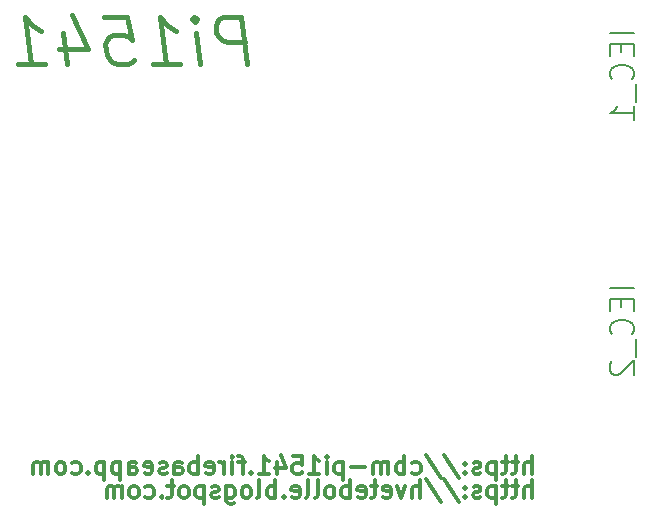
<source format=gbo>
G04 #@! TF.FileFunction,Legend,Bot*
%FSLAX46Y46*%
G04 Gerber Fmt 4.6, Leading zero omitted, Abs format (unit mm)*
G04 Created by KiCad (PCBNEW 4.0.7) date 06/30/18 02:02:37*
%MOMM*%
%LPD*%
G01*
G04 APERTURE LIST*
%ADD10C,0.100000*%
%ADD11C,0.300000*%
%ADD12C,0.400000*%
%ADD13C,0.150000*%
G04 APERTURE END LIST*
D10*
D11*
X73302857Y-81958571D02*
X73302857Y-80458571D01*
X72660000Y-81958571D02*
X72660000Y-81172857D01*
X72731429Y-81030000D01*
X72874286Y-80958571D01*
X73088571Y-80958571D01*
X73231429Y-81030000D01*
X73302857Y-81101429D01*
X72160000Y-80958571D02*
X71588571Y-80958571D01*
X71945714Y-80458571D02*
X71945714Y-81744286D01*
X71874286Y-81887143D01*
X71731428Y-81958571D01*
X71588571Y-81958571D01*
X71302857Y-80958571D02*
X70731428Y-80958571D01*
X71088571Y-80458571D02*
X71088571Y-81744286D01*
X71017143Y-81887143D01*
X70874285Y-81958571D01*
X70731428Y-81958571D01*
X70231428Y-80958571D02*
X70231428Y-82458571D01*
X70231428Y-81030000D02*
X70088571Y-80958571D01*
X69802857Y-80958571D01*
X69660000Y-81030000D01*
X69588571Y-81101429D01*
X69517142Y-81244286D01*
X69517142Y-81672857D01*
X69588571Y-81815714D01*
X69660000Y-81887143D01*
X69802857Y-81958571D01*
X70088571Y-81958571D01*
X70231428Y-81887143D01*
X68945714Y-81887143D02*
X68802857Y-81958571D01*
X68517142Y-81958571D01*
X68374285Y-81887143D01*
X68302857Y-81744286D01*
X68302857Y-81672857D01*
X68374285Y-81530000D01*
X68517142Y-81458571D01*
X68731428Y-81458571D01*
X68874285Y-81387143D01*
X68945714Y-81244286D01*
X68945714Y-81172857D01*
X68874285Y-81030000D01*
X68731428Y-80958571D01*
X68517142Y-80958571D01*
X68374285Y-81030000D01*
X67659999Y-81815714D02*
X67588571Y-81887143D01*
X67659999Y-81958571D01*
X67731428Y-81887143D01*
X67659999Y-81815714D01*
X67659999Y-81958571D01*
X67659999Y-81030000D02*
X67588571Y-81101429D01*
X67659999Y-81172857D01*
X67731428Y-81101429D01*
X67659999Y-81030000D01*
X67659999Y-81172857D01*
X65874285Y-80387143D02*
X67159999Y-82315714D01*
X64302856Y-80387143D02*
X65588570Y-82315714D01*
X63802855Y-81958571D02*
X63802855Y-80458571D01*
X63159998Y-81958571D02*
X63159998Y-81172857D01*
X63231427Y-81030000D01*
X63374284Y-80958571D01*
X63588569Y-80958571D01*
X63731427Y-81030000D01*
X63802855Y-81101429D01*
X62588569Y-80958571D02*
X62231426Y-81958571D01*
X61874284Y-80958571D01*
X60731427Y-81887143D02*
X60874284Y-81958571D01*
X61159998Y-81958571D01*
X61302855Y-81887143D01*
X61374284Y-81744286D01*
X61374284Y-81172857D01*
X61302855Y-81030000D01*
X61159998Y-80958571D01*
X60874284Y-80958571D01*
X60731427Y-81030000D01*
X60659998Y-81172857D01*
X60659998Y-81315714D01*
X61374284Y-81458571D01*
X60231427Y-80958571D02*
X59659998Y-80958571D01*
X60017141Y-80458571D02*
X60017141Y-81744286D01*
X59945713Y-81887143D01*
X59802855Y-81958571D01*
X59659998Y-81958571D01*
X58588570Y-81887143D02*
X58731427Y-81958571D01*
X59017141Y-81958571D01*
X59159998Y-81887143D01*
X59231427Y-81744286D01*
X59231427Y-81172857D01*
X59159998Y-81030000D01*
X59017141Y-80958571D01*
X58731427Y-80958571D01*
X58588570Y-81030000D01*
X58517141Y-81172857D01*
X58517141Y-81315714D01*
X59231427Y-81458571D01*
X57874284Y-81958571D02*
X57874284Y-80458571D01*
X57874284Y-81030000D02*
X57731427Y-80958571D01*
X57445713Y-80958571D01*
X57302856Y-81030000D01*
X57231427Y-81101429D01*
X57159998Y-81244286D01*
X57159998Y-81672857D01*
X57231427Y-81815714D01*
X57302856Y-81887143D01*
X57445713Y-81958571D01*
X57731427Y-81958571D01*
X57874284Y-81887143D01*
X56302855Y-81958571D02*
X56445713Y-81887143D01*
X56517141Y-81815714D01*
X56588570Y-81672857D01*
X56588570Y-81244286D01*
X56517141Y-81101429D01*
X56445713Y-81030000D01*
X56302855Y-80958571D01*
X56088570Y-80958571D01*
X55945713Y-81030000D01*
X55874284Y-81101429D01*
X55802855Y-81244286D01*
X55802855Y-81672857D01*
X55874284Y-81815714D01*
X55945713Y-81887143D01*
X56088570Y-81958571D01*
X56302855Y-81958571D01*
X54945712Y-81958571D02*
X55088570Y-81887143D01*
X55159998Y-81744286D01*
X55159998Y-80458571D01*
X54159998Y-81958571D02*
X54302856Y-81887143D01*
X54374284Y-81744286D01*
X54374284Y-80458571D01*
X53017142Y-81887143D02*
X53159999Y-81958571D01*
X53445713Y-81958571D01*
X53588570Y-81887143D01*
X53659999Y-81744286D01*
X53659999Y-81172857D01*
X53588570Y-81030000D01*
X53445713Y-80958571D01*
X53159999Y-80958571D01*
X53017142Y-81030000D01*
X52945713Y-81172857D01*
X52945713Y-81315714D01*
X53659999Y-81458571D01*
X52302856Y-81815714D02*
X52231428Y-81887143D01*
X52302856Y-81958571D01*
X52374285Y-81887143D01*
X52302856Y-81815714D01*
X52302856Y-81958571D01*
X51588570Y-81958571D02*
X51588570Y-80458571D01*
X51588570Y-81030000D02*
X51445713Y-80958571D01*
X51159999Y-80958571D01*
X51017142Y-81030000D01*
X50945713Y-81101429D01*
X50874284Y-81244286D01*
X50874284Y-81672857D01*
X50945713Y-81815714D01*
X51017142Y-81887143D01*
X51159999Y-81958571D01*
X51445713Y-81958571D01*
X51588570Y-81887143D01*
X50017141Y-81958571D02*
X50159999Y-81887143D01*
X50231427Y-81744286D01*
X50231427Y-80458571D01*
X49231427Y-81958571D02*
X49374285Y-81887143D01*
X49445713Y-81815714D01*
X49517142Y-81672857D01*
X49517142Y-81244286D01*
X49445713Y-81101429D01*
X49374285Y-81030000D01*
X49231427Y-80958571D01*
X49017142Y-80958571D01*
X48874285Y-81030000D01*
X48802856Y-81101429D01*
X48731427Y-81244286D01*
X48731427Y-81672857D01*
X48802856Y-81815714D01*
X48874285Y-81887143D01*
X49017142Y-81958571D01*
X49231427Y-81958571D01*
X47445713Y-80958571D02*
X47445713Y-82172857D01*
X47517142Y-82315714D01*
X47588570Y-82387143D01*
X47731427Y-82458571D01*
X47945713Y-82458571D01*
X48088570Y-82387143D01*
X47445713Y-81887143D02*
X47588570Y-81958571D01*
X47874284Y-81958571D01*
X48017142Y-81887143D01*
X48088570Y-81815714D01*
X48159999Y-81672857D01*
X48159999Y-81244286D01*
X48088570Y-81101429D01*
X48017142Y-81030000D01*
X47874284Y-80958571D01*
X47588570Y-80958571D01*
X47445713Y-81030000D01*
X46802856Y-81887143D02*
X46659999Y-81958571D01*
X46374284Y-81958571D01*
X46231427Y-81887143D01*
X46159999Y-81744286D01*
X46159999Y-81672857D01*
X46231427Y-81530000D01*
X46374284Y-81458571D01*
X46588570Y-81458571D01*
X46731427Y-81387143D01*
X46802856Y-81244286D01*
X46802856Y-81172857D01*
X46731427Y-81030000D01*
X46588570Y-80958571D01*
X46374284Y-80958571D01*
X46231427Y-81030000D01*
X45517141Y-80958571D02*
X45517141Y-82458571D01*
X45517141Y-81030000D02*
X45374284Y-80958571D01*
X45088570Y-80958571D01*
X44945713Y-81030000D01*
X44874284Y-81101429D01*
X44802855Y-81244286D01*
X44802855Y-81672857D01*
X44874284Y-81815714D01*
X44945713Y-81887143D01*
X45088570Y-81958571D01*
X45374284Y-81958571D01*
X45517141Y-81887143D01*
X43945712Y-81958571D02*
X44088570Y-81887143D01*
X44159998Y-81815714D01*
X44231427Y-81672857D01*
X44231427Y-81244286D01*
X44159998Y-81101429D01*
X44088570Y-81030000D01*
X43945712Y-80958571D01*
X43731427Y-80958571D01*
X43588570Y-81030000D01*
X43517141Y-81101429D01*
X43445712Y-81244286D01*
X43445712Y-81672857D01*
X43517141Y-81815714D01*
X43588570Y-81887143D01*
X43731427Y-81958571D01*
X43945712Y-81958571D01*
X43017141Y-80958571D02*
X42445712Y-80958571D01*
X42802855Y-80458571D02*
X42802855Y-81744286D01*
X42731427Y-81887143D01*
X42588569Y-81958571D01*
X42445712Y-81958571D01*
X41945712Y-81815714D02*
X41874284Y-81887143D01*
X41945712Y-81958571D01*
X42017141Y-81887143D01*
X41945712Y-81815714D01*
X41945712Y-81958571D01*
X40588569Y-81887143D02*
X40731426Y-81958571D01*
X41017140Y-81958571D01*
X41159998Y-81887143D01*
X41231426Y-81815714D01*
X41302855Y-81672857D01*
X41302855Y-81244286D01*
X41231426Y-81101429D01*
X41159998Y-81030000D01*
X41017140Y-80958571D01*
X40731426Y-80958571D01*
X40588569Y-81030000D01*
X39731426Y-81958571D02*
X39874284Y-81887143D01*
X39945712Y-81815714D01*
X40017141Y-81672857D01*
X40017141Y-81244286D01*
X39945712Y-81101429D01*
X39874284Y-81030000D01*
X39731426Y-80958571D01*
X39517141Y-80958571D01*
X39374284Y-81030000D01*
X39302855Y-81101429D01*
X39231426Y-81244286D01*
X39231426Y-81672857D01*
X39302855Y-81815714D01*
X39374284Y-81887143D01*
X39517141Y-81958571D01*
X39731426Y-81958571D01*
X38588569Y-81958571D02*
X38588569Y-80958571D01*
X38588569Y-81101429D02*
X38517141Y-81030000D01*
X38374283Y-80958571D01*
X38159998Y-80958571D01*
X38017141Y-81030000D01*
X37945712Y-81172857D01*
X37945712Y-81958571D01*
X37945712Y-81172857D02*
X37874283Y-81030000D01*
X37731426Y-80958571D01*
X37517141Y-80958571D01*
X37374283Y-81030000D01*
X37302855Y-81172857D01*
X37302855Y-81958571D01*
X73302857Y-79926571D02*
X73302857Y-78426571D01*
X72660000Y-79926571D02*
X72660000Y-79140857D01*
X72731429Y-78998000D01*
X72874286Y-78926571D01*
X73088571Y-78926571D01*
X73231429Y-78998000D01*
X73302857Y-79069429D01*
X72160000Y-78926571D02*
X71588571Y-78926571D01*
X71945714Y-78426571D02*
X71945714Y-79712286D01*
X71874286Y-79855143D01*
X71731428Y-79926571D01*
X71588571Y-79926571D01*
X71302857Y-78926571D02*
X70731428Y-78926571D01*
X71088571Y-78426571D02*
X71088571Y-79712286D01*
X71017143Y-79855143D01*
X70874285Y-79926571D01*
X70731428Y-79926571D01*
X70231428Y-78926571D02*
X70231428Y-80426571D01*
X70231428Y-78998000D02*
X70088571Y-78926571D01*
X69802857Y-78926571D01*
X69660000Y-78998000D01*
X69588571Y-79069429D01*
X69517142Y-79212286D01*
X69517142Y-79640857D01*
X69588571Y-79783714D01*
X69660000Y-79855143D01*
X69802857Y-79926571D01*
X70088571Y-79926571D01*
X70231428Y-79855143D01*
X68945714Y-79855143D02*
X68802857Y-79926571D01*
X68517142Y-79926571D01*
X68374285Y-79855143D01*
X68302857Y-79712286D01*
X68302857Y-79640857D01*
X68374285Y-79498000D01*
X68517142Y-79426571D01*
X68731428Y-79426571D01*
X68874285Y-79355143D01*
X68945714Y-79212286D01*
X68945714Y-79140857D01*
X68874285Y-78998000D01*
X68731428Y-78926571D01*
X68517142Y-78926571D01*
X68374285Y-78998000D01*
X67659999Y-79783714D02*
X67588571Y-79855143D01*
X67659999Y-79926571D01*
X67731428Y-79855143D01*
X67659999Y-79783714D01*
X67659999Y-79926571D01*
X67659999Y-78998000D02*
X67588571Y-79069429D01*
X67659999Y-79140857D01*
X67731428Y-79069429D01*
X67659999Y-78998000D01*
X67659999Y-79140857D01*
X65874285Y-78355143D02*
X67159999Y-80283714D01*
X64302856Y-78355143D02*
X65588570Y-80283714D01*
X63159998Y-79855143D02*
X63302855Y-79926571D01*
X63588569Y-79926571D01*
X63731427Y-79855143D01*
X63802855Y-79783714D01*
X63874284Y-79640857D01*
X63874284Y-79212286D01*
X63802855Y-79069429D01*
X63731427Y-78998000D01*
X63588569Y-78926571D01*
X63302855Y-78926571D01*
X63159998Y-78998000D01*
X62517141Y-79926571D02*
X62517141Y-78426571D01*
X62517141Y-78998000D02*
X62374284Y-78926571D01*
X62088570Y-78926571D01*
X61945713Y-78998000D01*
X61874284Y-79069429D01*
X61802855Y-79212286D01*
X61802855Y-79640857D01*
X61874284Y-79783714D01*
X61945713Y-79855143D01*
X62088570Y-79926571D01*
X62374284Y-79926571D01*
X62517141Y-79855143D01*
X61159998Y-79926571D02*
X61159998Y-78926571D01*
X61159998Y-79069429D02*
X61088570Y-78998000D01*
X60945712Y-78926571D01*
X60731427Y-78926571D01*
X60588570Y-78998000D01*
X60517141Y-79140857D01*
X60517141Y-79926571D01*
X60517141Y-79140857D02*
X60445712Y-78998000D01*
X60302855Y-78926571D01*
X60088570Y-78926571D01*
X59945712Y-78998000D01*
X59874284Y-79140857D01*
X59874284Y-79926571D01*
X59159998Y-79355143D02*
X58017141Y-79355143D01*
X57302855Y-78926571D02*
X57302855Y-80426571D01*
X57302855Y-78998000D02*
X57159998Y-78926571D01*
X56874284Y-78926571D01*
X56731427Y-78998000D01*
X56659998Y-79069429D01*
X56588569Y-79212286D01*
X56588569Y-79640857D01*
X56659998Y-79783714D01*
X56731427Y-79855143D01*
X56874284Y-79926571D01*
X57159998Y-79926571D01*
X57302855Y-79855143D01*
X55945712Y-79926571D02*
X55945712Y-78926571D01*
X55945712Y-78426571D02*
X56017141Y-78498000D01*
X55945712Y-78569429D01*
X55874284Y-78498000D01*
X55945712Y-78426571D01*
X55945712Y-78569429D01*
X54445712Y-79926571D02*
X55302855Y-79926571D01*
X54874283Y-79926571D02*
X54874283Y-78426571D01*
X55017140Y-78640857D01*
X55159998Y-78783714D01*
X55302855Y-78855143D01*
X53088569Y-78426571D02*
X53802855Y-78426571D01*
X53874284Y-79140857D01*
X53802855Y-79069429D01*
X53659998Y-78998000D01*
X53302855Y-78998000D01*
X53159998Y-79069429D01*
X53088569Y-79140857D01*
X53017141Y-79283714D01*
X53017141Y-79640857D01*
X53088569Y-79783714D01*
X53159998Y-79855143D01*
X53302855Y-79926571D01*
X53659998Y-79926571D01*
X53802855Y-79855143D01*
X53874284Y-79783714D01*
X51731427Y-78926571D02*
X51731427Y-79926571D01*
X52088570Y-78355143D02*
X52445713Y-79426571D01*
X51517141Y-79426571D01*
X50159999Y-79926571D02*
X51017142Y-79926571D01*
X50588570Y-79926571D02*
X50588570Y-78426571D01*
X50731427Y-78640857D01*
X50874285Y-78783714D01*
X51017142Y-78855143D01*
X49517142Y-79783714D02*
X49445714Y-79855143D01*
X49517142Y-79926571D01*
X49588571Y-79855143D01*
X49517142Y-79783714D01*
X49517142Y-79926571D01*
X49017142Y-78926571D02*
X48445713Y-78926571D01*
X48802856Y-79926571D02*
X48802856Y-78640857D01*
X48731428Y-78498000D01*
X48588570Y-78426571D01*
X48445713Y-78426571D01*
X47945713Y-79926571D02*
X47945713Y-78926571D01*
X47945713Y-78426571D02*
X48017142Y-78498000D01*
X47945713Y-78569429D01*
X47874285Y-78498000D01*
X47945713Y-78426571D01*
X47945713Y-78569429D01*
X47231427Y-79926571D02*
X47231427Y-78926571D01*
X47231427Y-79212286D02*
X47159999Y-79069429D01*
X47088570Y-78998000D01*
X46945713Y-78926571D01*
X46802856Y-78926571D01*
X45731428Y-79855143D02*
X45874285Y-79926571D01*
X46159999Y-79926571D01*
X46302856Y-79855143D01*
X46374285Y-79712286D01*
X46374285Y-79140857D01*
X46302856Y-78998000D01*
X46159999Y-78926571D01*
X45874285Y-78926571D01*
X45731428Y-78998000D01*
X45659999Y-79140857D01*
X45659999Y-79283714D01*
X46374285Y-79426571D01*
X45017142Y-79926571D02*
X45017142Y-78426571D01*
X45017142Y-78998000D02*
X44874285Y-78926571D01*
X44588571Y-78926571D01*
X44445714Y-78998000D01*
X44374285Y-79069429D01*
X44302856Y-79212286D01*
X44302856Y-79640857D01*
X44374285Y-79783714D01*
X44445714Y-79855143D01*
X44588571Y-79926571D01*
X44874285Y-79926571D01*
X45017142Y-79855143D01*
X43017142Y-79926571D02*
X43017142Y-79140857D01*
X43088571Y-78998000D01*
X43231428Y-78926571D01*
X43517142Y-78926571D01*
X43659999Y-78998000D01*
X43017142Y-79855143D02*
X43159999Y-79926571D01*
X43517142Y-79926571D01*
X43659999Y-79855143D01*
X43731428Y-79712286D01*
X43731428Y-79569429D01*
X43659999Y-79426571D01*
X43517142Y-79355143D01*
X43159999Y-79355143D01*
X43017142Y-79283714D01*
X42374285Y-79855143D02*
X42231428Y-79926571D01*
X41945713Y-79926571D01*
X41802856Y-79855143D01*
X41731428Y-79712286D01*
X41731428Y-79640857D01*
X41802856Y-79498000D01*
X41945713Y-79426571D01*
X42159999Y-79426571D01*
X42302856Y-79355143D01*
X42374285Y-79212286D01*
X42374285Y-79140857D01*
X42302856Y-78998000D01*
X42159999Y-78926571D01*
X41945713Y-78926571D01*
X41802856Y-78998000D01*
X40517142Y-79855143D02*
X40659999Y-79926571D01*
X40945713Y-79926571D01*
X41088570Y-79855143D01*
X41159999Y-79712286D01*
X41159999Y-79140857D01*
X41088570Y-78998000D01*
X40945713Y-78926571D01*
X40659999Y-78926571D01*
X40517142Y-78998000D01*
X40445713Y-79140857D01*
X40445713Y-79283714D01*
X41159999Y-79426571D01*
X39159999Y-79926571D02*
X39159999Y-79140857D01*
X39231428Y-78998000D01*
X39374285Y-78926571D01*
X39659999Y-78926571D01*
X39802856Y-78998000D01*
X39159999Y-79855143D02*
X39302856Y-79926571D01*
X39659999Y-79926571D01*
X39802856Y-79855143D01*
X39874285Y-79712286D01*
X39874285Y-79569429D01*
X39802856Y-79426571D01*
X39659999Y-79355143D01*
X39302856Y-79355143D01*
X39159999Y-79283714D01*
X38445713Y-78926571D02*
X38445713Y-80426571D01*
X38445713Y-78998000D02*
X38302856Y-78926571D01*
X38017142Y-78926571D01*
X37874285Y-78998000D01*
X37802856Y-79069429D01*
X37731427Y-79212286D01*
X37731427Y-79640857D01*
X37802856Y-79783714D01*
X37874285Y-79855143D01*
X38017142Y-79926571D01*
X38302856Y-79926571D01*
X38445713Y-79855143D01*
X37088570Y-78926571D02*
X37088570Y-80426571D01*
X37088570Y-78998000D02*
X36945713Y-78926571D01*
X36659999Y-78926571D01*
X36517142Y-78998000D01*
X36445713Y-79069429D01*
X36374284Y-79212286D01*
X36374284Y-79640857D01*
X36445713Y-79783714D01*
X36517142Y-79855143D01*
X36659999Y-79926571D01*
X36945713Y-79926571D01*
X37088570Y-79855143D01*
X35731427Y-79783714D02*
X35659999Y-79855143D01*
X35731427Y-79926571D01*
X35802856Y-79855143D01*
X35731427Y-79783714D01*
X35731427Y-79926571D01*
X34374284Y-79855143D02*
X34517141Y-79926571D01*
X34802855Y-79926571D01*
X34945713Y-79855143D01*
X35017141Y-79783714D01*
X35088570Y-79640857D01*
X35088570Y-79212286D01*
X35017141Y-79069429D01*
X34945713Y-78998000D01*
X34802855Y-78926571D01*
X34517141Y-78926571D01*
X34374284Y-78998000D01*
X33517141Y-79926571D02*
X33659999Y-79855143D01*
X33731427Y-79783714D01*
X33802856Y-79640857D01*
X33802856Y-79212286D01*
X33731427Y-79069429D01*
X33659999Y-78998000D01*
X33517141Y-78926571D01*
X33302856Y-78926571D01*
X33159999Y-78998000D01*
X33088570Y-79069429D01*
X33017141Y-79212286D01*
X33017141Y-79640857D01*
X33088570Y-79783714D01*
X33159999Y-79855143D01*
X33302856Y-79926571D01*
X33517141Y-79926571D01*
X32374284Y-79926571D02*
X32374284Y-78926571D01*
X32374284Y-79069429D02*
X32302856Y-78998000D01*
X32159998Y-78926571D01*
X31945713Y-78926571D01*
X31802856Y-78998000D01*
X31731427Y-79140857D01*
X31731427Y-79926571D01*
X31731427Y-79140857D02*
X31659998Y-78998000D01*
X31517141Y-78926571D01*
X31302856Y-78926571D01*
X31159998Y-78998000D01*
X31088570Y-79140857D01*
X31088570Y-79926571D01*
D12*
X49215238Y-45243524D02*
X48715238Y-41243524D01*
X47191429Y-41243524D01*
X46834286Y-41434000D01*
X46667619Y-41624476D01*
X46524763Y-42005429D01*
X46596191Y-42576857D01*
X46834286Y-42957810D01*
X47048572Y-43148286D01*
X47453334Y-43338762D01*
X48977143Y-43338762D01*
X45215238Y-45243524D02*
X44881905Y-42576857D01*
X44715238Y-41243524D02*
X44929524Y-41434000D01*
X44762857Y-41624476D01*
X44548572Y-41434000D01*
X44715238Y-41243524D01*
X44762857Y-41624476D01*
X41215238Y-45243524D02*
X43500952Y-45243524D01*
X42358095Y-45243524D02*
X41858095Y-41243524D01*
X42310476Y-41814952D01*
X42739048Y-42195905D01*
X43143810Y-42386381D01*
X37096190Y-41243524D02*
X39000952Y-41243524D01*
X39429524Y-43148286D01*
X39215238Y-42957810D01*
X38810477Y-42767333D01*
X37858096Y-42767333D01*
X37500952Y-42957810D01*
X37334286Y-43148286D01*
X37191429Y-43529238D01*
X37310476Y-44481619D01*
X37548571Y-44862571D01*
X37762857Y-45053048D01*
X38167619Y-45243524D01*
X39120000Y-45243524D01*
X39477143Y-45053048D01*
X39643809Y-44862571D01*
X33643809Y-42576857D02*
X33977142Y-45243524D01*
X34405714Y-41053048D02*
X35715238Y-43910190D01*
X33239048Y-43910190D01*
X29786666Y-45243524D02*
X32072380Y-45243524D01*
X30929523Y-45243524D02*
X30429523Y-41243524D01*
X30881904Y-41814952D01*
X31310476Y-42195905D01*
X31715238Y-42386381D01*
D13*
X81930762Y-42608952D02*
X79930762Y-42608952D01*
X80883143Y-43561333D02*
X80883143Y-44228000D01*
X81930762Y-44513714D02*
X81930762Y-43561333D01*
X79930762Y-43561333D01*
X79930762Y-44513714D01*
X81740286Y-46513715D02*
X81835524Y-46418477D01*
X81930762Y-46132762D01*
X81930762Y-45942286D01*
X81835524Y-45656572D01*
X81645048Y-45466096D01*
X81454571Y-45370857D01*
X81073619Y-45275619D01*
X80787905Y-45275619D01*
X80406952Y-45370857D01*
X80216476Y-45466096D01*
X80026000Y-45656572D01*
X79930762Y-45942286D01*
X79930762Y-46132762D01*
X80026000Y-46418477D01*
X80121238Y-46513715D01*
X82121238Y-46894667D02*
X82121238Y-48418477D01*
X81930762Y-49942287D02*
X81930762Y-48799429D01*
X81930762Y-49370858D02*
X79930762Y-49370858D01*
X80216476Y-49180382D01*
X80406952Y-48989906D01*
X80502190Y-48799429D01*
X81930762Y-64198952D02*
X79930762Y-64198952D01*
X80883143Y-65151333D02*
X80883143Y-65818000D01*
X81930762Y-66103714D02*
X81930762Y-65151333D01*
X79930762Y-65151333D01*
X79930762Y-66103714D01*
X81740286Y-68103715D02*
X81835524Y-68008477D01*
X81930762Y-67722762D01*
X81930762Y-67532286D01*
X81835524Y-67246572D01*
X81645048Y-67056096D01*
X81454571Y-66960857D01*
X81073619Y-66865619D01*
X80787905Y-66865619D01*
X80406952Y-66960857D01*
X80216476Y-67056096D01*
X80026000Y-67246572D01*
X79930762Y-67532286D01*
X79930762Y-67722762D01*
X80026000Y-68008477D01*
X80121238Y-68103715D01*
X82121238Y-68484667D02*
X82121238Y-70008477D01*
X80121238Y-70389429D02*
X80026000Y-70484667D01*
X79930762Y-70675144D01*
X79930762Y-71151334D01*
X80026000Y-71341810D01*
X80121238Y-71437048D01*
X80311714Y-71532287D01*
X80502190Y-71532287D01*
X80787905Y-71437048D01*
X81930762Y-70294191D01*
X81930762Y-71532287D01*
M02*

</source>
